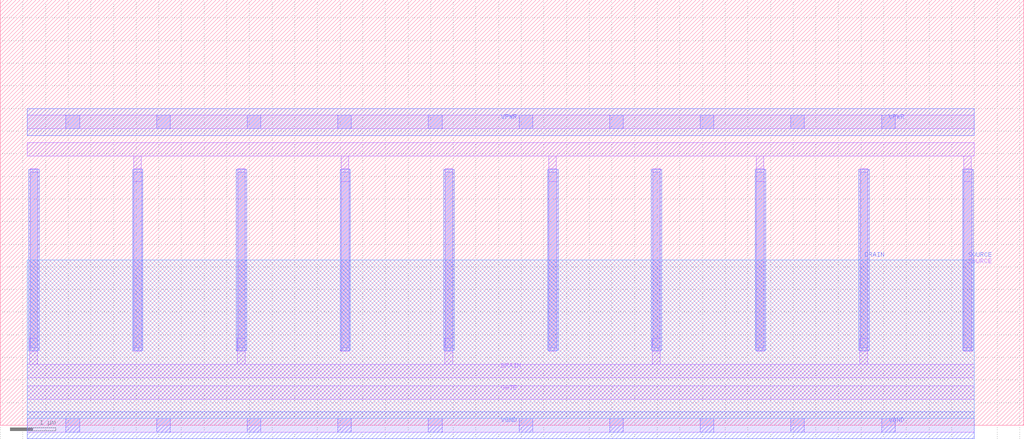
<source format=lef>
VERSION 5.7 ;
  NOWIREEXTENSIONATPIN ON ;
  DIVIDERCHAR "/" ;
  BUSBITCHARS "[]" ;
MACRO sky130_asc_nfet_01v8_lvt_9
  CLASS CORE ;
  FOREIGN sky130_asc_nfet_01v8_lvt_9 ;
  ORIGIN 0.000 0.000 ;
  SIZE 22.590 BY 9.400 ;
  SITE unitasc ;
  PIN GATE
    DIRECTION INOUT ;
    ANTENNAGATEAREA 72.000000 ;
    PORT
      LAYER li1 ;
        RECT 0.600 0.570 21.500 0.870 ;
    END
  END GATE
  PIN SOURCE
    DIRECTION INOUT ;
    ANTENNADIFFAREA 5.800000 ;
    PORT
      LAYER li1 ;
        RECT 0.600 5.950 21.500 6.250 ;
        RECT 2.945 5.670 3.115 5.950 ;
        RECT 7.525 5.670 7.695 5.950 ;
        RECT 12.105 5.670 12.275 5.950 ;
        RECT 16.685 5.670 16.855 5.950 ;
        RECT 21.265 5.670 21.435 5.950 ;
        RECT 2.945 5.380 3.120 5.670 ;
        RECT 7.525 5.380 7.700 5.670 ;
        RECT 12.105 5.380 12.280 5.670 ;
        RECT 16.685 5.380 16.860 5.670 ;
        RECT 21.265 5.380 21.440 5.670 ;
        RECT 2.950 1.630 3.120 5.380 ;
        RECT 7.530 1.630 7.700 5.380 ;
        RECT 12.110 1.630 12.280 5.380 ;
        RECT 16.690 1.630 16.860 5.380 ;
        RECT 21.270 1.630 21.440 5.380 ;
      LAYER mcon ;
        RECT 2.950 1.710 3.120 5.590 ;
        RECT 7.530 1.710 7.700 5.590 ;
        RECT 12.110 1.710 12.280 5.590 ;
        RECT 16.690 1.710 16.860 5.590 ;
        RECT 21.270 1.710 21.440 5.590 ;
      LAYER met1 ;
        RECT 2.920 1.650 3.150 5.650 ;
        RECT 7.500 1.650 7.730 5.650 ;
        RECT 12.080 1.650 12.310 5.650 ;
        RECT 16.660 1.650 16.890 5.650 ;
        RECT 21.240 1.650 21.470 5.650 ;
    END
  END SOURCE
  PIN DRAIN
    DIRECTION INOUT ;
    ANTENNADIFFAREA 5.800000 ;
    PORT
      LAYER li1 ;
        RECT 0.660 1.920 0.830 5.670 ;
        RECT 5.240 1.920 5.410 5.670 ;
        RECT 9.820 1.920 9.990 5.670 ;
        RECT 14.400 1.920 14.570 5.670 ;
        RECT 18.980 1.920 19.150 5.670 ;
        RECT 0.655 1.630 0.830 1.920 ;
        RECT 5.235 1.630 5.410 1.920 ;
        RECT 9.815 1.630 9.990 1.920 ;
        RECT 14.395 1.630 14.570 1.920 ;
        RECT 18.975 1.630 19.150 1.920 ;
        RECT 0.655 1.350 0.825 1.630 ;
        RECT 5.235 1.350 5.405 1.630 ;
        RECT 9.815 1.350 9.985 1.630 ;
        RECT 14.395 1.350 14.565 1.630 ;
        RECT 18.975 1.350 19.145 1.630 ;
        RECT 0.600 1.050 21.500 1.350 ;
      LAYER mcon ;
        RECT 0.660 1.710 0.830 5.590 ;
        RECT 5.240 1.710 5.410 5.590 ;
        RECT 9.820 1.710 9.990 5.590 ;
        RECT 14.400 1.710 14.570 5.590 ;
        RECT 18.980 1.710 19.150 5.590 ;
      LAYER met1 ;
        RECT 0.630 1.650 0.860 5.650 ;
        RECT 5.210 1.650 5.440 5.650 ;
        RECT 9.790 1.650 10.020 5.650 ;
        RECT 14.370 1.650 14.600 5.650 ;
        RECT 18.950 1.650 19.180 5.650 ;
    END
  END DRAIN
  PIN VPWR
    DIRECTION INOUT ;
    USE POWER ;
    PORT
      LAYER li1 ;
        RECT 0.600 6.550 21.500 6.850 ;
      LAYER mcon ;
        RECT 1.450 6.550 1.750 6.850 ;
        RECT 3.450 6.550 3.750 6.850 ;
        RECT 5.450 6.550 5.750 6.850 ;
        RECT 7.450 6.550 7.750 6.850 ;
        RECT 9.450 6.550 9.750 6.850 ;
        RECT 11.450 6.550 11.750 6.850 ;
        RECT 13.450 6.550 13.750 6.850 ;
        RECT 15.450 6.550 15.750 6.850 ;
        RECT 17.450 6.550 17.750 6.850 ;
        RECT 19.450 6.550 19.750 6.850 ;
      LAYER met1 ;
        RECT 0.600 6.400 21.500 7.000 ;
    END
  END VPWR
  PIN VGND
    DIRECTION INOUT ;
    USE GROUND ;
    PORT
      LAYER li1 ;
        RECT 0.600 -0.150 21.500 0.150 ;
      LAYER mcon ;
        RECT 1.450 -0.150 1.750 0.150 ;
        RECT 3.450 -0.150 3.750 0.150 ;
        RECT 5.450 -0.150 5.750 0.150 ;
        RECT 7.450 -0.150 7.750 0.150 ;
        RECT 9.450 -0.150 9.750 0.150 ;
        RECT 11.450 -0.150 11.750 0.150 ;
        RECT 13.450 -0.150 13.750 0.150 ;
        RECT 15.450 -0.150 15.750 0.150 ;
        RECT 17.450 -0.150 17.750 0.150 ;
        RECT 19.450 -0.150 19.750 0.150 ;
      LAYER met1 ;
        RECT 0.600 -0.300 21.500 0.300 ;
    END
  END VGND
  OBS
      LAYER pwell ;
        RECT 0.600 0.150 21.500 3.650 ;
  END
END sky130_asc_nfet_01v8_lvt_9
END LIBRARY


</source>
